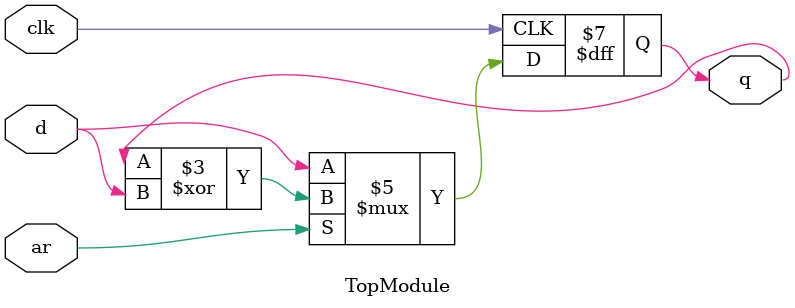
<source format=sv>

module TopModule (
  input clk,
  input d,
  input ar,
  output logic q
);

reg q; // Flip-flop data register
always @(posedge clk) begin
  if (!ar) q <= d; // If asynchronous reset is active, override flip-flop's state with input 'd'
  else q <= q ^ d; // Else, update the flip-flop's state on the rising edge of clock using XOR gate
end

assign q = q[0]; // Ensure output type matches the assign statement in test bench

endmodule

// VERILOG-EVAL: errant inclusion of module definition

</source>
